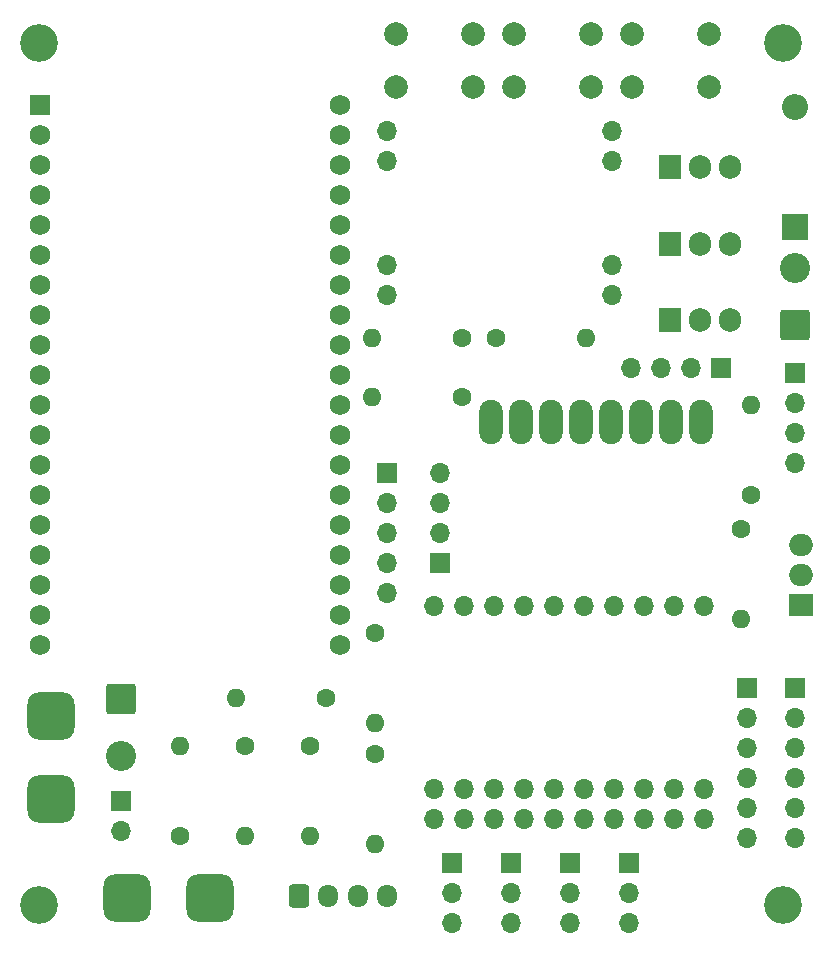
<source format=gbr>
%TF.GenerationSoftware,KiCad,Pcbnew,8.0.0*%
%TF.CreationDate,2024-07-03T13:45:23+02:00*%
%TF.ProjectId,KIBO V1,4b49424f-2056-4312-9e6b-696361645f70,rev?*%
%TF.SameCoordinates,Original*%
%TF.FileFunction,Soldermask,Top*%
%TF.FilePolarity,Negative*%
%FSLAX46Y46*%
G04 Gerber Fmt 4.6, Leading zero omitted, Abs format (unit mm)*
G04 Created by KiCad (PCBNEW 8.0.0) date 2024-07-03 13:45:23*
%MOMM*%
%LPD*%
G01*
G04 APERTURE LIST*
G04 Aperture macros list*
%AMRoundRect*
0 Rectangle with rounded corners*
0 $1 Rounding radius*
0 $2 $3 $4 $5 $6 $7 $8 $9 X,Y pos of 4 corners*
0 Add a 4 corners polygon primitive as box body*
4,1,4,$2,$3,$4,$5,$6,$7,$8,$9,$2,$3,0*
0 Add four circle primitives for the rounded corners*
1,1,$1+$1,$2,$3*
1,1,$1+$1,$4,$5*
1,1,$1+$1,$6,$7*
1,1,$1+$1,$8,$9*
0 Add four rect primitives between the rounded corners*
20,1,$1+$1,$2,$3,$4,$5,0*
20,1,$1+$1,$4,$5,$6,$7,0*
20,1,$1+$1,$6,$7,$8,$9,0*
20,1,$1+$1,$8,$9,$2,$3,0*%
G04 Aperture macros list end*
%ADD10C,1.600000*%
%ADD11O,1.600000X1.600000*%
%ADD12R,1.700000X1.700000*%
%ADD13O,1.700000X1.700000*%
%ADD14R,1.905000X2.000000*%
%ADD15O,1.905000X2.000000*%
%ADD16C,3.200000*%
%ADD17R,2.200000X2.200000*%
%ADD18O,2.200000X2.200000*%
%ADD19R,2.000000X1.905000*%
%ADD20O,2.000000X1.905000*%
%ADD21RoundRect,1.000000X-1.000000X1.000000X-1.000000X-1.000000X1.000000X-1.000000X1.000000X1.000000X0*%
%ADD22O,1.982000X3.760000*%
%ADD23RoundRect,0.249999X1.025001X-1.025001X1.025001X1.025001X-1.025001X1.025001X-1.025001X-1.025001X0*%
%ADD24C,2.550000*%
%ADD25RoundRect,0.249999X-1.025001X1.025001X-1.025001X-1.025001X1.025001X-1.025001X1.025001X1.025001X0*%
%ADD26RoundRect,0.102000X-0.765000X-0.765000X0.765000X-0.765000X0.765000X0.765000X-0.765000X0.765000X0*%
%ADD27C,1.734000*%
%ADD28C,2.000000*%
%ADD29RoundRect,0.250000X-0.600000X-0.725000X0.600000X-0.725000X0.600000X0.725000X-0.600000X0.725000X0*%
%ADD30O,1.700000X1.950000*%
%ADD31RoundRect,1.000000X-1.000000X-1.000000X1.000000X-1.000000X1.000000X1.000000X-1.000000X1.000000X0*%
G04 APERTURE END LIST*
D10*
%TO.C,R1*%
X139310000Y-78500000D03*
D11*
X131690000Y-78500000D03*
%TD*%
D12*
%TO.C,mC2*%
X167500000Y-108150000D03*
D13*
X167500000Y-110690000D03*
X167500000Y-113230000D03*
X167500000Y-115770000D03*
X167500000Y-118310000D03*
X167500000Y-120850000D03*
%TD*%
D14*
%TO.C,Q1*%
X156920000Y-64000000D03*
D15*
X159460000Y-64000000D03*
X162000000Y-64000000D03*
%TD*%
D12*
%TO.C,uS2*%
X143500000Y-122960000D03*
D13*
X143500000Y-125500000D03*
X143500000Y-128040000D03*
%TD*%
D16*
%TO.C,M.hole3*%
X166500000Y-126500000D03*
%TD*%
D12*
%TO.C,PWM1*%
X133000000Y-89925000D03*
D13*
X133000000Y-92465000D03*
X133000000Y-95005000D03*
X133000000Y-97545000D03*
X133000000Y-100085000D03*
%TD*%
D17*
%TO.C,D1*%
X167500000Y-69080000D03*
D18*
X167500000Y-58920000D03*
%TD*%
D12*
%TO.C,uS4*%
X153500000Y-122920000D03*
D13*
X153500000Y-125460000D03*
X153500000Y-128000000D03*
%TD*%
D19*
%TO.C,Q4*%
X168000000Y-101080000D03*
D20*
X168000000Y-98540000D03*
X168000000Y-96000000D03*
%TD*%
D13*
%TO.C,MP1584EN1*%
X133000000Y-61000000D03*
X133000000Y-63540000D03*
X133000000Y-72300000D03*
X133000000Y-74840000D03*
X152000000Y-61000000D03*
X152000000Y-63540000D03*
X152000000Y-72300000D03*
X152000000Y-74840000D03*
%TD*%
D21*
%TO.C,OBT1*%
X118000000Y-125900000D03*
X111000000Y-125900000D03*
%TD*%
D22*
%TO.C,GY-521*%
X144332500Y-85602500D03*
X157032500Y-85602500D03*
X141792500Y-85602500D03*
X154492500Y-85602500D03*
X151952500Y-85602500D03*
X159572500Y-85602500D03*
X146872500Y-85602500D03*
X149412500Y-85602500D03*
%TD*%
D14*
%TO.C,Q3*%
X156920000Y-77000000D03*
D15*
X159460000Y-77000000D03*
X162000000Y-77000000D03*
%TD*%
D16*
%TO.C,M.hole2*%
X166500000Y-53500000D03*
%TD*%
D23*
%TO.C,MF1*%
X167500000Y-77400000D03*
D24*
X167500000Y-72600000D03*
%TD*%
D12*
%TO.C,uS1*%
X138500000Y-122920000D03*
D13*
X138500000Y-125460000D03*
X138500000Y-128000000D03*
%TD*%
D12*
%TO.C,mC1*%
X163500000Y-108150000D03*
D13*
X163500000Y-110690000D03*
X163500000Y-113230000D03*
X163500000Y-115770000D03*
X163500000Y-118310000D03*
X163500000Y-120850000D03*
%TD*%
D25*
%TO.C,SWP1*%
X110500000Y-109100000D03*
D24*
X110500000Y-113900000D03*
%TD*%
D14*
%TO.C,Q2*%
X156920000Y-70500000D03*
D15*
X159460000Y-70500000D03*
X162000000Y-70500000D03*
%TD*%
D16*
%TO.C,M.hole4*%
X103500000Y-126500000D03*
%TD*%
D10*
%TO.C,R7*%
X127810000Y-109000000D03*
D11*
X120190000Y-109000000D03*
%TD*%
D12*
%TO.C,uSR1*%
X137500000Y-97580000D03*
D13*
X137500000Y-95040000D03*
X137500000Y-92500000D03*
X137500000Y-89960000D03*
%TD*%
D10*
%TO.C,R10*%
X132000000Y-113690000D03*
D11*
X132000000Y-121310000D03*
%TD*%
D12*
%TO.C,DM1*%
X161300000Y-81000000D03*
D13*
X158760000Y-81000000D03*
X156220000Y-81000000D03*
X153680000Y-81000000D03*
%TD*%
D10*
%TO.C,R6*%
X121000000Y-113000000D03*
D11*
X121000000Y-120620000D03*
%TD*%
D26*
%TO.C,ESP32*%
X103572500Y-58800000D03*
D27*
X103572500Y-61340000D03*
X103572500Y-63880000D03*
X103572500Y-66420000D03*
X103572500Y-68960000D03*
X103572500Y-71500000D03*
X103572500Y-74040000D03*
X103572500Y-76580000D03*
X103572500Y-79120000D03*
X103572500Y-81660000D03*
X103572500Y-84200000D03*
X103572500Y-86740000D03*
X103572500Y-89280000D03*
X103572500Y-91820000D03*
X103572500Y-94360000D03*
X103572500Y-96900000D03*
X103572500Y-99440000D03*
X103572500Y-101980000D03*
X103572500Y-104520000D03*
X128972500Y-104520000D03*
X128972500Y-101980000D03*
X128972500Y-99440000D03*
X128972500Y-96900000D03*
X128972500Y-94360000D03*
X128972500Y-91820000D03*
X128972500Y-89280000D03*
X128972500Y-86740000D03*
X128972500Y-84200000D03*
X128972500Y-81660000D03*
X128972500Y-79120000D03*
X128972500Y-76580000D03*
X128972500Y-74040000D03*
X128972500Y-71500000D03*
X128972500Y-68960000D03*
X128972500Y-66420000D03*
X128972500Y-63880000D03*
X128972500Y-61340000D03*
X128972500Y-58800000D03*
%TD*%
D13*
%TO.C,MCP23017*%
X137000000Y-101180000D03*
X139540000Y-101180000D03*
X142080000Y-101180000D03*
X144620000Y-101180000D03*
X147160000Y-101180000D03*
X149700000Y-101180000D03*
X152240000Y-101180000D03*
X154780000Y-101180000D03*
X157320000Y-101180000D03*
X159860000Y-101180000D03*
X137000000Y-116640000D03*
X137000000Y-119180000D03*
X139540000Y-116640000D03*
X139540000Y-119180000D03*
X142080000Y-116640000D03*
X142080000Y-119180000D03*
X144620000Y-116640000D03*
X144620000Y-119180000D03*
X147160000Y-116640000D03*
X147160000Y-119180000D03*
X149700000Y-116640000D03*
X149700000Y-119180000D03*
X152240000Y-116640000D03*
X152240000Y-119180000D03*
X154780000Y-116640000D03*
X154780000Y-119180000D03*
X157320000Y-116640000D03*
X157320000Y-119180000D03*
X159860000Y-119180000D03*
X159860000Y-116640000D03*
%TD*%
D12*
%TO.C,uS3*%
X148500000Y-122920000D03*
D13*
X148500000Y-125460000D03*
X148500000Y-128000000D03*
%TD*%
D12*
%TO.C,ESP32c1*%
X110500000Y-117725000D03*
D13*
X110500000Y-120265000D03*
%TD*%
D10*
%TO.C,R9*%
X115500000Y-120620000D03*
D11*
X115500000Y-113000000D03*
%TD*%
D28*
%TO.C,SWC1*%
X133750000Y-52750000D03*
X140250000Y-52750000D03*
X133750000Y-57250000D03*
X140250000Y-57250000D03*
%TD*%
D16*
%TO.C,M.hole1*%
X103500000Y-53500000D03*
%TD*%
D28*
%TO.C,SWC3*%
X153750000Y-52750000D03*
X160250000Y-52750000D03*
X153750000Y-57250000D03*
X160250000Y-57250000D03*
%TD*%
D10*
%TO.C,R11*%
X132000000Y-103500000D03*
D11*
X132000000Y-111120000D03*
%TD*%
D10*
%TO.C,R4*%
X163810000Y-91810000D03*
D11*
X163810000Y-84190000D03*
%TD*%
D29*
%TO.C,J1*%
X125500000Y-125700000D03*
D30*
X128000000Y-125700000D03*
X130500000Y-125700000D03*
X133000000Y-125700000D03*
%TD*%
D10*
%TO.C,R8*%
X126500000Y-113000000D03*
D11*
X126500000Y-120620000D03*
%TD*%
D10*
%TO.C,R5*%
X163000000Y-94690000D03*
D11*
X163000000Y-102310000D03*
%TD*%
D31*
%TO.C,BT1*%
X104500000Y-110500000D03*
X104500000Y-117500000D03*
%TD*%
D28*
%TO.C,SWC2*%
X143750000Y-52750000D03*
X150250000Y-52750000D03*
X143750000Y-57250000D03*
X150250000Y-57250000D03*
%TD*%
D10*
%TO.C,R2*%
X142190000Y-78500000D03*
D11*
X149810000Y-78500000D03*
%TD*%
D10*
%TO.C,R3*%
X139310000Y-83500000D03*
D11*
X131690000Y-83500000D03*
%TD*%
D12*
%TO.C,D3*%
X167500000Y-81420000D03*
D13*
X167500000Y-83960000D03*
X167500000Y-86500000D03*
X167500000Y-89040000D03*
%TD*%
M02*

</source>
